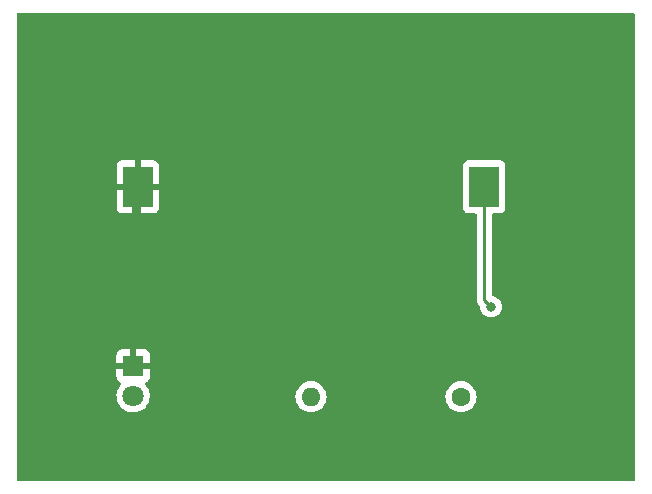
<source format=gbr>
%TF.GenerationSoftware,KiCad,Pcbnew,(6.0.10)*%
%TF.CreationDate,2023-04-23T12:07:47+05:45*%
%TF.ProjectId,first_project,66697273-745f-4707-926f-6a6563742e6b,0*%
%TF.SameCoordinates,Original*%
%TF.FileFunction,Copper,L2,Bot*%
%TF.FilePolarity,Positive*%
%FSLAX46Y46*%
G04 Gerber Fmt 4.6, Leading zero omitted, Abs format (unit mm)*
G04 Created by KiCad (PCBNEW (6.0.10)) date 2023-04-23 12:07:47*
%MOMM*%
%LPD*%
G01*
G04 APERTURE LIST*
%TA.AperFunction,ComponentPad*%
%ADD10C,1.600000*%
%TD*%
%TA.AperFunction,ComponentPad*%
%ADD11O,1.600000X1.600000*%
%TD*%
%TA.AperFunction,ComponentPad*%
%ADD12R,1.800000X1.800000*%
%TD*%
%TA.AperFunction,ComponentPad*%
%ADD13C,1.800000*%
%TD*%
%TA.AperFunction,SMDPad,CuDef*%
%ADD14R,2.540000X3.510000*%
%TD*%
%TA.AperFunction,ViaPad*%
%ADD15C,0.800000*%
%TD*%
%TA.AperFunction,Conductor*%
%ADD16C,0.250000*%
%TD*%
G04 APERTURE END LIST*
D10*
%TO.P,R1,1*%
%TO.N,VCC*%
X134620000Y-106680000D03*
D11*
%TO.P,R1,2*%
%TO.N,/led*%
X121920000Y-106680000D03*
%TD*%
D12*
%TO.P,D1,1,K*%
%TO.N,GND*%
X106859968Y-104059332D03*
D13*
%TO.P,D1,2,A*%
%TO.N,/led*%
X106859968Y-106599332D03*
%TD*%
D14*
%TO.P,BT1,1,+*%
%TO.N,VCC*%
X136600000Y-88900000D03*
%TO.P,BT1,2,-*%
%TO.N,GND*%
X107240000Y-88900000D03*
%TD*%
D15*
%TO.N,VCC*%
X137160000Y-99060000D03*
%TD*%
D16*
%TO.N,VCC*%
X136600000Y-98500000D02*
X136600000Y-88900000D01*
X137160000Y-99060000D02*
X136600000Y-98500000D01*
%TO.N,GND*%
X106859968Y-89280032D02*
X107240000Y-88900000D01*
X106859968Y-104059332D02*
X106859968Y-89280032D01*
%TO.N,/led*%
X106940636Y-106680000D02*
X106859968Y-106599332D01*
%TD*%
%TA.AperFunction,Conductor*%
%TO.N,GND*%
G36*
X149293621Y-74188502D02*
G01*
X149340114Y-74242158D01*
X149351500Y-74294500D01*
X149351500Y-113665500D01*
X149331498Y-113733621D01*
X149277842Y-113780114D01*
X149225500Y-113791500D01*
X97154500Y-113791500D01*
X97086379Y-113771498D01*
X97039886Y-113717842D01*
X97028500Y-113665500D01*
X97028500Y-106564801D01*
X105447063Y-106564801D01*
X105447360Y-106569954D01*
X105447360Y-106569957D01*
X105453035Y-106668373D01*
X105460395Y-106796029D01*
X105461532Y-106801075D01*
X105461533Y-106801081D01*
X105485648Y-106908087D01*
X105511314Y-107021974D01*
X105513256Y-107026756D01*
X105513257Y-107026760D01*
X105554871Y-107129243D01*
X105598452Y-107236569D01*
X105719469Y-107434051D01*
X105871115Y-107609116D01*
X106049317Y-107757062D01*
X106249290Y-107873916D01*
X106465662Y-107956541D01*
X106470728Y-107957572D01*
X106470729Y-107957572D01*
X106523814Y-107968372D01*
X106692624Y-108002717D01*
X106823292Y-108007508D01*
X106918917Y-108011015D01*
X106918921Y-108011015D01*
X106924081Y-108011204D01*
X106929201Y-108010548D01*
X106929203Y-108010548D01*
X107002238Y-108001192D01*
X107153815Y-107981774D01*
X107158763Y-107980289D01*
X107158770Y-107980288D01*
X107370715Y-107916701D01*
X107375658Y-107915218D01*
X107380292Y-107912948D01*
X107579017Y-107815594D01*
X107579020Y-107815592D01*
X107583652Y-107813323D01*
X107772211Y-107678826D01*
X107936271Y-107515337D01*
X108071426Y-107327249D01*
X108118609Y-107231782D01*
X108171752Y-107124254D01*
X108171753Y-107124252D01*
X108174046Y-107119612D01*
X108241376Y-106898003D01*
X108270077Y-106680000D01*
X120606502Y-106680000D01*
X120626457Y-106908087D01*
X120627881Y-106913400D01*
X120627881Y-106913402D01*
X120658256Y-107026760D01*
X120685716Y-107129243D01*
X120688039Y-107134224D01*
X120688039Y-107134225D01*
X120780151Y-107331762D01*
X120780154Y-107331767D01*
X120782477Y-107336749D01*
X120913802Y-107524300D01*
X121075700Y-107686198D01*
X121080208Y-107689355D01*
X121080211Y-107689357D01*
X121158389Y-107744098D01*
X121263251Y-107817523D01*
X121268233Y-107819846D01*
X121268238Y-107819849D01*
X121388139Y-107875759D01*
X121470757Y-107914284D01*
X121476065Y-107915706D01*
X121476067Y-107915707D01*
X121686598Y-107972119D01*
X121686600Y-107972119D01*
X121691913Y-107973543D01*
X121920000Y-107993498D01*
X122148087Y-107973543D01*
X122153400Y-107972119D01*
X122153402Y-107972119D01*
X122363933Y-107915707D01*
X122363935Y-107915706D01*
X122369243Y-107914284D01*
X122451861Y-107875759D01*
X122571762Y-107819849D01*
X122571767Y-107819846D01*
X122576749Y-107817523D01*
X122681611Y-107744098D01*
X122759789Y-107689357D01*
X122759792Y-107689355D01*
X122764300Y-107686198D01*
X122926198Y-107524300D01*
X123057523Y-107336749D01*
X123059846Y-107331767D01*
X123059849Y-107331762D01*
X123151961Y-107134225D01*
X123151961Y-107134224D01*
X123154284Y-107129243D01*
X123181745Y-107026760D01*
X123212119Y-106913402D01*
X123212119Y-106913400D01*
X123213543Y-106908087D01*
X123233498Y-106680000D01*
X133306502Y-106680000D01*
X133326457Y-106908087D01*
X133327881Y-106913400D01*
X133327881Y-106913402D01*
X133358256Y-107026760D01*
X133385716Y-107129243D01*
X133388039Y-107134224D01*
X133388039Y-107134225D01*
X133480151Y-107331762D01*
X133480154Y-107331767D01*
X133482477Y-107336749D01*
X133613802Y-107524300D01*
X133775700Y-107686198D01*
X133780208Y-107689355D01*
X133780211Y-107689357D01*
X133858389Y-107744098D01*
X133963251Y-107817523D01*
X133968233Y-107819846D01*
X133968238Y-107819849D01*
X134088139Y-107875759D01*
X134170757Y-107914284D01*
X134176065Y-107915706D01*
X134176067Y-107915707D01*
X134386598Y-107972119D01*
X134386600Y-107972119D01*
X134391913Y-107973543D01*
X134620000Y-107993498D01*
X134848087Y-107973543D01*
X134853400Y-107972119D01*
X134853402Y-107972119D01*
X135063933Y-107915707D01*
X135063935Y-107915706D01*
X135069243Y-107914284D01*
X135151861Y-107875759D01*
X135271762Y-107819849D01*
X135271767Y-107819846D01*
X135276749Y-107817523D01*
X135381611Y-107744098D01*
X135459789Y-107689357D01*
X135459792Y-107689355D01*
X135464300Y-107686198D01*
X135626198Y-107524300D01*
X135757523Y-107336749D01*
X135759846Y-107331767D01*
X135759849Y-107331762D01*
X135851961Y-107134225D01*
X135851961Y-107134224D01*
X135854284Y-107129243D01*
X135881745Y-107026760D01*
X135912119Y-106913402D01*
X135912119Y-106913400D01*
X135913543Y-106908087D01*
X135933498Y-106680000D01*
X135913543Y-106451913D01*
X135912119Y-106446598D01*
X135855707Y-106236067D01*
X135855706Y-106236065D01*
X135854284Y-106230757D01*
X135813766Y-106143865D01*
X135759849Y-106028238D01*
X135759846Y-106028233D01*
X135757523Y-106023251D01*
X135675366Y-105905919D01*
X135629357Y-105840211D01*
X135629355Y-105840208D01*
X135626198Y-105835700D01*
X135464300Y-105673802D01*
X135459792Y-105670645D01*
X135459789Y-105670643D01*
X135321678Y-105573937D01*
X135276749Y-105542477D01*
X135271767Y-105540154D01*
X135271762Y-105540151D01*
X135074225Y-105448039D01*
X135074224Y-105448039D01*
X135069243Y-105445716D01*
X135063935Y-105444294D01*
X135063933Y-105444293D01*
X134853402Y-105387881D01*
X134853400Y-105387881D01*
X134848087Y-105386457D01*
X134620000Y-105366502D01*
X134391913Y-105386457D01*
X134386600Y-105387881D01*
X134386598Y-105387881D01*
X134176067Y-105444293D01*
X134176065Y-105444294D01*
X134170757Y-105445716D01*
X134165776Y-105448039D01*
X134165775Y-105448039D01*
X133968238Y-105540151D01*
X133968233Y-105540154D01*
X133963251Y-105542477D01*
X133918322Y-105573937D01*
X133780211Y-105670643D01*
X133780208Y-105670645D01*
X133775700Y-105673802D01*
X133613802Y-105835700D01*
X133610645Y-105840208D01*
X133610643Y-105840211D01*
X133564634Y-105905919D01*
X133482477Y-106023251D01*
X133480154Y-106028233D01*
X133480151Y-106028238D01*
X133426234Y-106143865D01*
X133385716Y-106230757D01*
X133384294Y-106236065D01*
X133384293Y-106236067D01*
X133327881Y-106446598D01*
X133326457Y-106451913D01*
X133306502Y-106680000D01*
X123233498Y-106680000D01*
X123213543Y-106451913D01*
X123212119Y-106446598D01*
X123155707Y-106236067D01*
X123155706Y-106236065D01*
X123154284Y-106230757D01*
X123113766Y-106143865D01*
X123059849Y-106028238D01*
X123059846Y-106028233D01*
X123057523Y-106023251D01*
X122975366Y-105905919D01*
X122929357Y-105840211D01*
X122929355Y-105840208D01*
X122926198Y-105835700D01*
X122764300Y-105673802D01*
X122759792Y-105670645D01*
X122759789Y-105670643D01*
X122621678Y-105573937D01*
X122576749Y-105542477D01*
X122571767Y-105540154D01*
X122571762Y-105540151D01*
X122374225Y-105448039D01*
X122374224Y-105448039D01*
X122369243Y-105445716D01*
X122363935Y-105444294D01*
X122363933Y-105444293D01*
X122153402Y-105387881D01*
X122153400Y-105387881D01*
X122148087Y-105386457D01*
X121920000Y-105366502D01*
X121691913Y-105386457D01*
X121686600Y-105387881D01*
X121686598Y-105387881D01*
X121476067Y-105444293D01*
X121476065Y-105444294D01*
X121470757Y-105445716D01*
X121465776Y-105448039D01*
X121465775Y-105448039D01*
X121268238Y-105540151D01*
X121268233Y-105540154D01*
X121263251Y-105542477D01*
X121218322Y-105573937D01*
X121080211Y-105670643D01*
X121080208Y-105670645D01*
X121075700Y-105673802D01*
X120913802Y-105835700D01*
X120910645Y-105840208D01*
X120910643Y-105840211D01*
X120864634Y-105905919D01*
X120782477Y-106023251D01*
X120780154Y-106028233D01*
X120780151Y-106028238D01*
X120726234Y-106143865D01*
X120685716Y-106230757D01*
X120684294Y-106236065D01*
X120684293Y-106236067D01*
X120627881Y-106446598D01*
X120626457Y-106451913D01*
X120606502Y-106680000D01*
X108270077Y-106680000D01*
X108271608Y-106668373D01*
X108273295Y-106599332D01*
X108267000Y-106522766D01*
X108254741Y-106373650D01*
X108254740Y-106373644D01*
X108254317Y-106368499D01*
X108226105Y-106256182D01*
X108199152Y-106148876D01*
X108199151Y-106148872D01*
X108197893Y-106143865D01*
X108195834Y-106139129D01*
X108107598Y-105936200D01*
X108107596Y-105936197D01*
X108105538Y-105931463D01*
X107979732Y-105736997D01*
X107889454Y-105637782D01*
X107858402Y-105573937D01*
X107866797Y-105503438D01*
X107911973Y-105448670D01*
X107938417Y-105435001D01*
X107998022Y-105412656D01*
X108013617Y-105404118D01*
X108115692Y-105327617D01*
X108128253Y-105315056D01*
X108204754Y-105212981D01*
X108213292Y-105197386D01*
X108258446Y-105076938D01*
X108262073Y-105061683D01*
X108267599Y-105010818D01*
X108267968Y-105004004D01*
X108267968Y-104331447D01*
X108263493Y-104316208D01*
X108262103Y-104315003D01*
X108254420Y-104313332D01*
X105470084Y-104313332D01*
X105454845Y-104317807D01*
X105453640Y-104319197D01*
X105451969Y-104326880D01*
X105451969Y-105004001D01*
X105452339Y-105010822D01*
X105457863Y-105061684D01*
X105461489Y-105076936D01*
X105506644Y-105197386D01*
X105515182Y-105212981D01*
X105591683Y-105315056D01*
X105604244Y-105327617D01*
X105706319Y-105404118D01*
X105721914Y-105412656D01*
X105781508Y-105434997D01*
X105838272Y-105477639D01*
X105862972Y-105544200D01*
X105847764Y-105613549D01*
X105828372Y-105640030D01*
X105761607Y-105709896D01*
X105758693Y-105714168D01*
X105758692Y-105714169D01*
X105743120Y-105736997D01*
X105631087Y-105901231D01*
X105533570Y-106111313D01*
X105471675Y-106334501D01*
X105447063Y-106564801D01*
X97028500Y-106564801D01*
X97028500Y-103787217D01*
X105451968Y-103787217D01*
X105456443Y-103802456D01*
X105457833Y-103803661D01*
X105465516Y-103805332D01*
X106587853Y-103805332D01*
X106603092Y-103800857D01*
X106604297Y-103799467D01*
X106605968Y-103791784D01*
X106605968Y-103787217D01*
X107113968Y-103787217D01*
X107118443Y-103802456D01*
X107119833Y-103803661D01*
X107127516Y-103805332D01*
X108249852Y-103805332D01*
X108265091Y-103800857D01*
X108266296Y-103799467D01*
X108267967Y-103791784D01*
X108267967Y-103114663D01*
X108267597Y-103107842D01*
X108262073Y-103056980D01*
X108258447Y-103041728D01*
X108213292Y-102921278D01*
X108204754Y-102905683D01*
X108128253Y-102803608D01*
X108115692Y-102791047D01*
X108013617Y-102714546D01*
X107998022Y-102706008D01*
X107877574Y-102660854D01*
X107862319Y-102657227D01*
X107811454Y-102651701D01*
X107804640Y-102651332D01*
X107132083Y-102651332D01*
X107116844Y-102655807D01*
X107115639Y-102657197D01*
X107113968Y-102664880D01*
X107113968Y-103787217D01*
X106605968Y-103787217D01*
X106605968Y-102669448D01*
X106601493Y-102654209D01*
X106600103Y-102653004D01*
X106592420Y-102651333D01*
X105915299Y-102651333D01*
X105908478Y-102651703D01*
X105857616Y-102657227D01*
X105842364Y-102660853D01*
X105721914Y-102706008D01*
X105706319Y-102714546D01*
X105604244Y-102791047D01*
X105591683Y-102803608D01*
X105515182Y-102905683D01*
X105506644Y-102921278D01*
X105461490Y-103041726D01*
X105457863Y-103056981D01*
X105452337Y-103107846D01*
X105451968Y-103114660D01*
X105451968Y-103787217D01*
X97028500Y-103787217D01*
X97028500Y-90699669D01*
X105462001Y-90699669D01*
X105462371Y-90706490D01*
X105467895Y-90757352D01*
X105471521Y-90772604D01*
X105516676Y-90893054D01*
X105525214Y-90908649D01*
X105601715Y-91010724D01*
X105614276Y-91023285D01*
X105716351Y-91099786D01*
X105731946Y-91108324D01*
X105852394Y-91153478D01*
X105867649Y-91157105D01*
X105918514Y-91162631D01*
X105925328Y-91163000D01*
X106967885Y-91163000D01*
X106983124Y-91158525D01*
X106984329Y-91157135D01*
X106986000Y-91149452D01*
X106986000Y-91144884D01*
X107494000Y-91144884D01*
X107498475Y-91160123D01*
X107499865Y-91161328D01*
X107507548Y-91162999D01*
X108554669Y-91162999D01*
X108561490Y-91162629D01*
X108612352Y-91157105D01*
X108627604Y-91153479D01*
X108748054Y-91108324D01*
X108763649Y-91099786D01*
X108865724Y-91023285D01*
X108878285Y-91010724D01*
X108954786Y-90908649D01*
X108963324Y-90893054D01*
X109008478Y-90772606D01*
X109012105Y-90757351D01*
X109017631Y-90706486D01*
X109017813Y-90703134D01*
X134821500Y-90703134D01*
X134828255Y-90765316D01*
X134879385Y-90901705D01*
X134966739Y-91018261D01*
X135083295Y-91105615D01*
X135219684Y-91156745D01*
X135281866Y-91163500D01*
X135840500Y-91163500D01*
X135908621Y-91183502D01*
X135955114Y-91237158D01*
X135966500Y-91289500D01*
X135966500Y-98421233D01*
X135965973Y-98432416D01*
X135964298Y-98439909D01*
X135964547Y-98447835D01*
X135964547Y-98447836D01*
X135966438Y-98507986D01*
X135966500Y-98511945D01*
X135966500Y-98539856D01*
X135966997Y-98543790D01*
X135966997Y-98543791D01*
X135967005Y-98543856D01*
X135967938Y-98555693D01*
X135969327Y-98599889D01*
X135974978Y-98619339D01*
X135978987Y-98638700D01*
X135981526Y-98658797D01*
X135984445Y-98666168D01*
X135984445Y-98666170D01*
X135997804Y-98699912D01*
X136001649Y-98711142D01*
X136013982Y-98753593D01*
X136018015Y-98760412D01*
X136018017Y-98760417D01*
X136024293Y-98771028D01*
X136032988Y-98788776D01*
X136040448Y-98807617D01*
X136045110Y-98814033D01*
X136045110Y-98814034D01*
X136066436Y-98843387D01*
X136072952Y-98853307D01*
X136095458Y-98891362D01*
X136109779Y-98905683D01*
X136122619Y-98920716D01*
X136134528Y-98937107D01*
X136140634Y-98942158D01*
X136168605Y-98965298D01*
X136177384Y-98973288D01*
X136212878Y-99008782D01*
X136246904Y-99071094D01*
X136249092Y-99084703D01*
X136266458Y-99249928D01*
X136325473Y-99431556D01*
X136420960Y-99596944D01*
X136548747Y-99738866D01*
X136703248Y-99851118D01*
X136709276Y-99853802D01*
X136709278Y-99853803D01*
X136871681Y-99926109D01*
X136877712Y-99928794D01*
X136971112Y-99948647D01*
X137058056Y-99967128D01*
X137058061Y-99967128D01*
X137064513Y-99968500D01*
X137255487Y-99968500D01*
X137261939Y-99967128D01*
X137261944Y-99967128D01*
X137348888Y-99948647D01*
X137442288Y-99928794D01*
X137448319Y-99926109D01*
X137610722Y-99853803D01*
X137610724Y-99853802D01*
X137616752Y-99851118D01*
X137771253Y-99738866D01*
X137899040Y-99596944D01*
X137994527Y-99431556D01*
X138053542Y-99249928D01*
X138073504Y-99060000D01*
X138063551Y-98965298D01*
X138054232Y-98876635D01*
X138054232Y-98876633D01*
X138053542Y-98870072D01*
X137994527Y-98688444D01*
X137899040Y-98523056D01*
X137771253Y-98381134D01*
X137616752Y-98268882D01*
X137610724Y-98266198D01*
X137610722Y-98266197D01*
X137448319Y-98193891D01*
X137448318Y-98193891D01*
X137442288Y-98191206D01*
X137435827Y-98189833D01*
X137435822Y-98189831D01*
X137333303Y-98168039D01*
X137270829Y-98134311D01*
X137236508Y-98072161D01*
X137233500Y-98044793D01*
X137233500Y-91289500D01*
X137253502Y-91221379D01*
X137307158Y-91174886D01*
X137359500Y-91163500D01*
X137918134Y-91163500D01*
X137980316Y-91156745D01*
X138116705Y-91105615D01*
X138233261Y-91018261D01*
X138320615Y-90901705D01*
X138371745Y-90765316D01*
X138378500Y-90703134D01*
X138378500Y-87096866D01*
X138371745Y-87034684D01*
X138320615Y-86898295D01*
X138233261Y-86781739D01*
X138116705Y-86694385D01*
X137980316Y-86643255D01*
X137918134Y-86636500D01*
X135281866Y-86636500D01*
X135219684Y-86643255D01*
X135083295Y-86694385D01*
X134966739Y-86781739D01*
X134879385Y-86898295D01*
X134828255Y-87034684D01*
X134821500Y-87096866D01*
X134821500Y-90703134D01*
X109017813Y-90703134D01*
X109018000Y-90699672D01*
X109018000Y-89172115D01*
X109013525Y-89156876D01*
X109012135Y-89155671D01*
X109004452Y-89154000D01*
X107512115Y-89154000D01*
X107496876Y-89158475D01*
X107495671Y-89159865D01*
X107494000Y-89167548D01*
X107494000Y-91144884D01*
X106986000Y-91144884D01*
X106986000Y-89172115D01*
X106981525Y-89156876D01*
X106980135Y-89155671D01*
X106972452Y-89154000D01*
X105480116Y-89154000D01*
X105464877Y-89158475D01*
X105463672Y-89159865D01*
X105462001Y-89167548D01*
X105462001Y-90699669D01*
X97028500Y-90699669D01*
X97028500Y-88627885D01*
X105462000Y-88627885D01*
X105466475Y-88643124D01*
X105467865Y-88644329D01*
X105475548Y-88646000D01*
X106967885Y-88646000D01*
X106983124Y-88641525D01*
X106984329Y-88640135D01*
X106986000Y-88632452D01*
X106986000Y-88627885D01*
X107494000Y-88627885D01*
X107498475Y-88643124D01*
X107499865Y-88644329D01*
X107507548Y-88646000D01*
X108999884Y-88646000D01*
X109015123Y-88641525D01*
X109016328Y-88640135D01*
X109017999Y-88632452D01*
X109017999Y-87100331D01*
X109017629Y-87093510D01*
X109012105Y-87042648D01*
X109008479Y-87027396D01*
X108963324Y-86906946D01*
X108954786Y-86891351D01*
X108878285Y-86789276D01*
X108865724Y-86776715D01*
X108763649Y-86700214D01*
X108748054Y-86691676D01*
X108627606Y-86646522D01*
X108612351Y-86642895D01*
X108561486Y-86637369D01*
X108554672Y-86637000D01*
X107512115Y-86637000D01*
X107496876Y-86641475D01*
X107495671Y-86642865D01*
X107494000Y-86650548D01*
X107494000Y-88627885D01*
X106986000Y-88627885D01*
X106986000Y-86655116D01*
X106981525Y-86639877D01*
X106980135Y-86638672D01*
X106972452Y-86637001D01*
X105925331Y-86637001D01*
X105918510Y-86637371D01*
X105867648Y-86642895D01*
X105852396Y-86646521D01*
X105731946Y-86691676D01*
X105716351Y-86700214D01*
X105614276Y-86776715D01*
X105601715Y-86789276D01*
X105525214Y-86891351D01*
X105516676Y-86906946D01*
X105471522Y-87027394D01*
X105467895Y-87042649D01*
X105462369Y-87093514D01*
X105462000Y-87100328D01*
X105462000Y-88627885D01*
X97028500Y-88627885D01*
X97028500Y-74294500D01*
X97048502Y-74226379D01*
X97102158Y-74179886D01*
X97154500Y-74168500D01*
X149225500Y-74168500D01*
X149293621Y-74188502D01*
G37*
%TD.AperFunction*%
%TD*%
M02*

</source>
